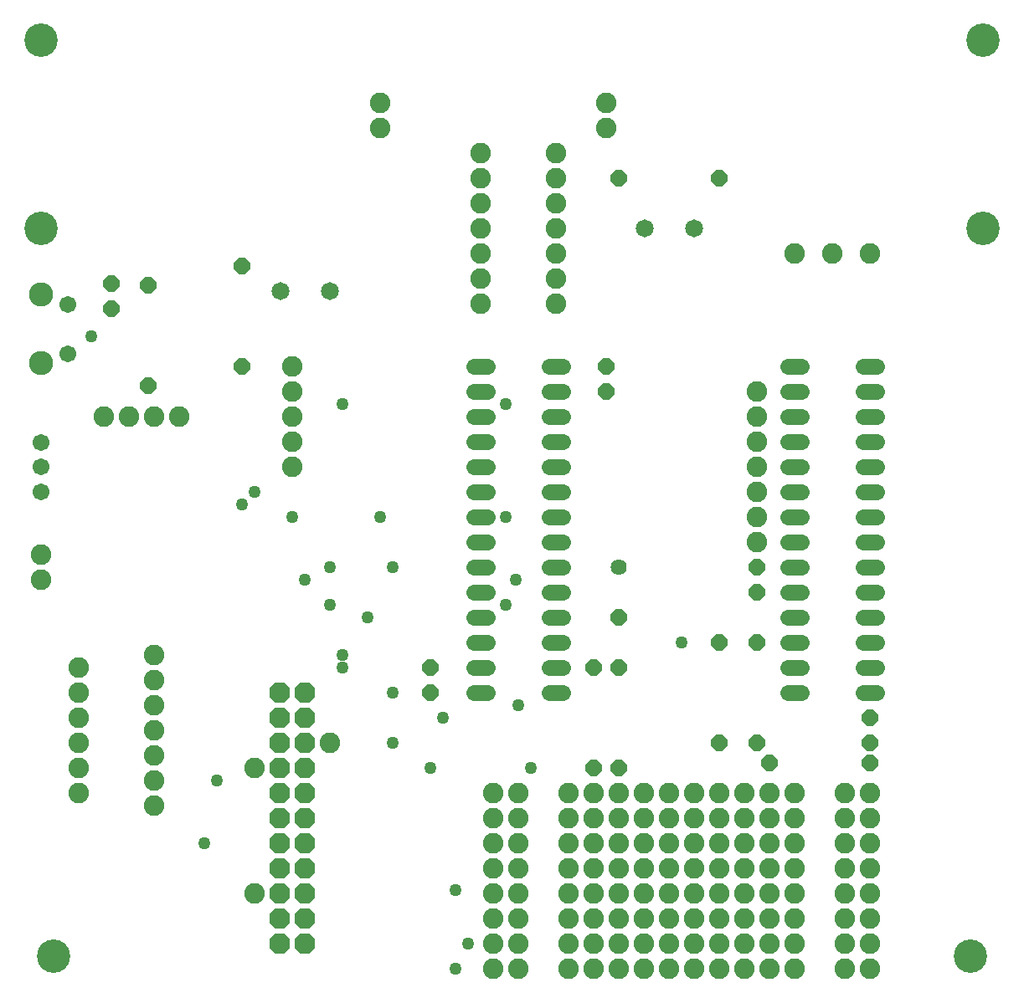
<source format=gbs>
G04 EAGLE Gerber RS-274X export*
G75*
%MOMM*%
%FSLAX34Y34*%
%LPD*%
%INBottom Soldermask*%
%IPPOS*%
%AMOC8*
5,1,8,0,0,1.08239X$1,22.5*%
G01*
%ADD10C,3.378200*%
%ADD11C,1.625600*%
%ADD12C,1.712800*%
%ADD13C,2.453200*%
%ADD14C,2.082800*%
%ADD15P,1.759533X8X112.500000*%
%ADD16C,1.812800*%
%ADD17P,1.759533X8X292.500000*%
%ADD18C,1.625600*%
%ADD19P,1.759533X8X22.500000*%
%ADD20P,1.759533X8X202.500000*%
%ADD21P,2.254402X8X112.500000*%
%ADD22C,1.261200*%


D10*
X25400Y965200D03*
X25400Y774700D03*
X977900Y965200D03*
X977900Y774700D03*
X38100Y38100D03*
X965200Y38100D03*
D11*
X477012Y635000D02*
X462788Y635000D01*
X462788Y609600D02*
X477012Y609600D01*
X477012Y584200D02*
X462788Y584200D01*
X462788Y558800D02*
X477012Y558800D01*
X477012Y533400D02*
X462788Y533400D01*
X462788Y508000D02*
X477012Y508000D01*
X477012Y482600D02*
X462788Y482600D01*
X462788Y457200D02*
X477012Y457200D01*
X477012Y431800D02*
X462788Y431800D01*
X462788Y406400D02*
X477012Y406400D01*
X477012Y381000D02*
X462788Y381000D01*
X462788Y355600D02*
X477012Y355600D01*
X477012Y330200D02*
X462788Y330200D01*
X462788Y304800D02*
X477012Y304800D01*
X538988Y304800D02*
X553212Y304800D01*
X553212Y330200D02*
X538988Y330200D01*
X538988Y355600D02*
X553212Y355600D01*
X553212Y381000D02*
X538988Y381000D01*
X538988Y406400D02*
X553212Y406400D01*
X553212Y431800D02*
X538988Y431800D01*
X538988Y457200D02*
X553212Y457200D01*
X553212Y482600D02*
X538988Y482600D01*
X538988Y508000D02*
X553212Y508000D01*
X553212Y533400D02*
X538988Y533400D01*
X538988Y558800D02*
X553212Y558800D01*
X553212Y584200D02*
X538988Y584200D01*
X538988Y609600D02*
X553212Y609600D01*
X553212Y635000D02*
X538988Y635000D01*
D12*
X52400Y698100D03*
X52400Y648100D03*
D13*
X25400Y708100D03*
X25400Y638100D03*
D14*
X25400Y419100D03*
X25400Y444500D03*
D12*
X25400Y558400D03*
X25400Y533400D03*
X25400Y508400D03*
D14*
X88900Y584200D03*
X114300Y584200D03*
X139700Y584200D03*
X165100Y584200D03*
D15*
X96520Y693420D03*
X96520Y718820D03*
X133350Y615950D03*
X133350Y717550D03*
D14*
X279400Y635000D03*
X279400Y609600D03*
X279400Y584200D03*
X279400Y558800D03*
X279400Y533400D03*
D16*
X267100Y711200D03*
X317100Y711200D03*
D17*
X228600Y736600D03*
X228600Y635000D03*
X596900Y635000D03*
X596900Y609600D03*
D18*
X609600Y431800D03*
D17*
X609600Y381000D03*
X419100Y330200D03*
X419100Y304800D03*
D14*
X63500Y330200D03*
X63500Y304800D03*
X63500Y279400D03*
X63500Y254000D03*
X63500Y228600D03*
X63500Y203200D03*
X139700Y342900D03*
X139700Y317500D03*
X139700Y292100D03*
X139700Y266700D03*
X139700Y241300D03*
X139700Y215900D03*
X139700Y190500D03*
D11*
X780288Y635000D02*
X794512Y635000D01*
X794512Y609600D02*
X780288Y609600D01*
X780288Y584200D02*
X794512Y584200D01*
X794512Y558800D02*
X780288Y558800D01*
X780288Y533400D02*
X794512Y533400D01*
X794512Y508000D02*
X780288Y508000D01*
X780288Y482600D02*
X794512Y482600D01*
X794512Y457200D02*
X780288Y457200D01*
X780288Y431800D02*
X794512Y431800D01*
X794512Y406400D02*
X780288Y406400D01*
X780288Y381000D02*
X794512Y381000D01*
X794512Y355600D02*
X780288Y355600D01*
X780288Y330200D02*
X794512Y330200D01*
X794512Y304800D02*
X780288Y304800D01*
X856488Y304800D02*
X870712Y304800D01*
X870712Y330200D02*
X856488Y330200D01*
X856488Y355600D02*
X870712Y355600D01*
X870712Y381000D02*
X856488Y381000D01*
X856488Y406400D02*
X870712Y406400D01*
X870712Y431800D02*
X856488Y431800D01*
X856488Y457200D02*
X870712Y457200D01*
X870712Y482600D02*
X856488Y482600D01*
X856488Y508000D02*
X870712Y508000D01*
X870712Y533400D02*
X856488Y533400D01*
X856488Y558800D02*
X870712Y558800D01*
X870712Y584200D02*
X856488Y584200D01*
X856488Y609600D02*
X870712Y609600D01*
X870712Y635000D02*
X856488Y635000D01*
D17*
X749300Y431800D03*
X749300Y406400D03*
X749300Y355600D03*
X749300Y254000D03*
X711200Y355600D03*
X711200Y254000D03*
X863600Y279400D03*
X863600Y254000D03*
D19*
X762000Y233680D03*
X863600Y233680D03*
D16*
X635400Y774700D03*
X685400Y774700D03*
D20*
X711200Y825500D03*
X609600Y825500D03*
D14*
X469900Y850900D03*
X469900Y825500D03*
X469900Y800100D03*
X469900Y774700D03*
X469900Y749300D03*
X469900Y723900D03*
X469900Y698500D03*
X546100Y850900D03*
X546100Y825500D03*
X546100Y800100D03*
X546100Y774700D03*
X546100Y749300D03*
X546100Y723900D03*
X546100Y698500D03*
X596900Y876300D03*
X596900Y901700D03*
X368300Y876300D03*
X368300Y901700D03*
D21*
X292100Y50800D03*
X266700Y50800D03*
X292100Y76200D03*
X266700Y76200D03*
X292100Y101600D03*
X266700Y101600D03*
X292100Y127000D03*
X266700Y127000D03*
X292100Y152400D03*
X266700Y152400D03*
X292100Y177800D03*
X266700Y177800D03*
X292100Y203200D03*
X266700Y203200D03*
X292100Y228600D03*
X266700Y228600D03*
X292100Y254000D03*
X266700Y254000D03*
X292100Y279400D03*
X266700Y279400D03*
X292100Y304800D03*
X266700Y304800D03*
D17*
X584200Y330200D03*
X584200Y228600D03*
X609600Y330200D03*
X609600Y228600D03*
D14*
X317500Y254000D03*
X241300Y228600D03*
X241300Y101600D03*
X749300Y609600D03*
X749300Y584200D03*
X749300Y558800D03*
X749300Y533400D03*
X749300Y508000D03*
X749300Y482600D03*
X749300Y457200D03*
X863600Y749300D03*
X825500Y749300D03*
X787400Y749300D03*
X558800Y25400D03*
X558800Y50800D03*
X558800Y76200D03*
X558800Y101600D03*
X558800Y127000D03*
X558800Y152400D03*
X558800Y177800D03*
X558800Y203200D03*
X584200Y25400D03*
X584200Y50800D03*
X584200Y76200D03*
X584200Y101600D03*
X584200Y127000D03*
X584200Y152400D03*
X584200Y177800D03*
X584200Y203200D03*
X609600Y25400D03*
X609600Y50800D03*
X609600Y76200D03*
X609600Y101600D03*
X609600Y127000D03*
X609600Y152400D03*
X609600Y177800D03*
X609600Y203200D03*
X635000Y25400D03*
X635000Y50800D03*
X635000Y76200D03*
X635000Y101600D03*
X635000Y127000D03*
X635000Y152400D03*
X635000Y177800D03*
X635000Y203200D03*
X660400Y25400D03*
X660400Y50800D03*
X660400Y76200D03*
X660400Y101600D03*
X660400Y127000D03*
X660400Y152400D03*
X660400Y177800D03*
X660400Y203200D03*
X685800Y25400D03*
X685800Y50800D03*
X685800Y76200D03*
X685800Y101600D03*
X685800Y127000D03*
X685800Y152400D03*
X685800Y177800D03*
X685800Y203200D03*
X711200Y25400D03*
X711200Y50800D03*
X711200Y76200D03*
X711200Y101600D03*
X711200Y127000D03*
X711200Y152400D03*
X711200Y177800D03*
X711200Y203200D03*
X736600Y25400D03*
X736600Y50800D03*
X736600Y76200D03*
X736600Y101600D03*
X736600Y127000D03*
X736600Y152400D03*
X736600Y177800D03*
X736600Y203200D03*
X762000Y25400D03*
X762000Y50800D03*
X762000Y76200D03*
X762000Y101600D03*
X762000Y127000D03*
X762000Y152400D03*
X762000Y177800D03*
X762000Y203200D03*
X787400Y25400D03*
X787400Y50800D03*
X787400Y76200D03*
X787400Y101600D03*
X787400Y127000D03*
X787400Y152400D03*
X787400Y177800D03*
X787400Y203200D03*
X863600Y25400D03*
X863600Y50800D03*
X863600Y76200D03*
X863600Y101600D03*
X863600Y127000D03*
X863600Y152400D03*
X863600Y177800D03*
X863600Y203200D03*
X508000Y25400D03*
X508000Y50800D03*
X508000Y76200D03*
X508000Y101600D03*
X508000Y127000D03*
X508000Y152400D03*
X508000Y177800D03*
X508000Y203200D03*
X838200Y25400D03*
X838200Y50800D03*
X838200Y76200D03*
X838200Y101600D03*
X838200Y127000D03*
X838200Y152400D03*
X838200Y177800D03*
X838200Y203200D03*
X482600Y25400D03*
X482600Y50800D03*
X482600Y76200D03*
X482600Y101600D03*
X482600Y127000D03*
X482600Y152400D03*
X482600Y177800D03*
X482600Y203200D03*
D22*
X76200Y665480D03*
X457200Y50800D03*
X508000Y292100D03*
X520700Y228600D03*
X419100Y228600D03*
X330200Y330200D03*
X228600Y495300D03*
X241300Y508000D03*
X330200Y596900D03*
X495300Y596900D03*
X203200Y215900D03*
X317500Y393700D03*
X505460Y419100D03*
X673100Y355600D03*
X444500Y25400D03*
X444500Y105410D03*
X292100Y419100D03*
X317500Y431800D03*
X381000Y431800D03*
X355600Y381000D03*
X190500Y152400D03*
X368300Y482600D03*
X279400Y482600D03*
X431800Y279400D03*
X381000Y304800D03*
X381000Y254000D03*
X495300Y393700D03*
X495300Y482600D03*
X330200Y342900D03*
M02*

</source>
